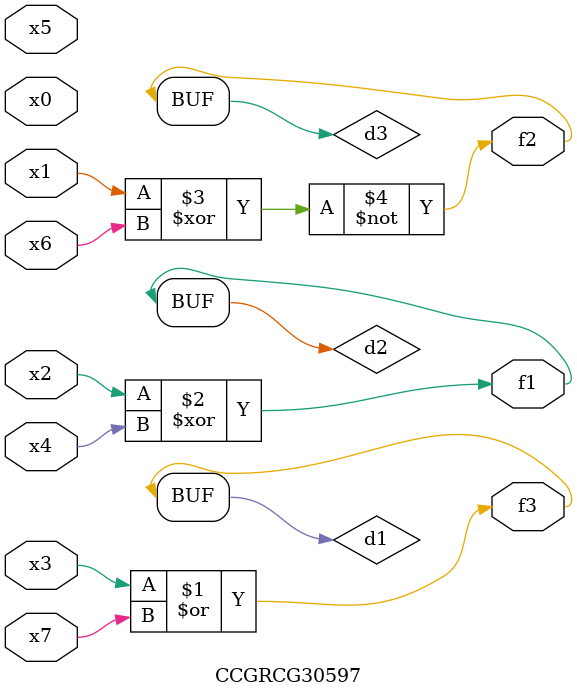
<source format=v>
module CCGRCG30597(
	input x0, x1, x2, x3, x4, x5, x6, x7,
	output f1, f2, f3
);

	wire d1, d2, d3;

	or (d1, x3, x7);
	xor (d2, x2, x4);
	xnor (d3, x1, x6);
	assign f1 = d2;
	assign f2 = d3;
	assign f3 = d1;
endmodule

</source>
